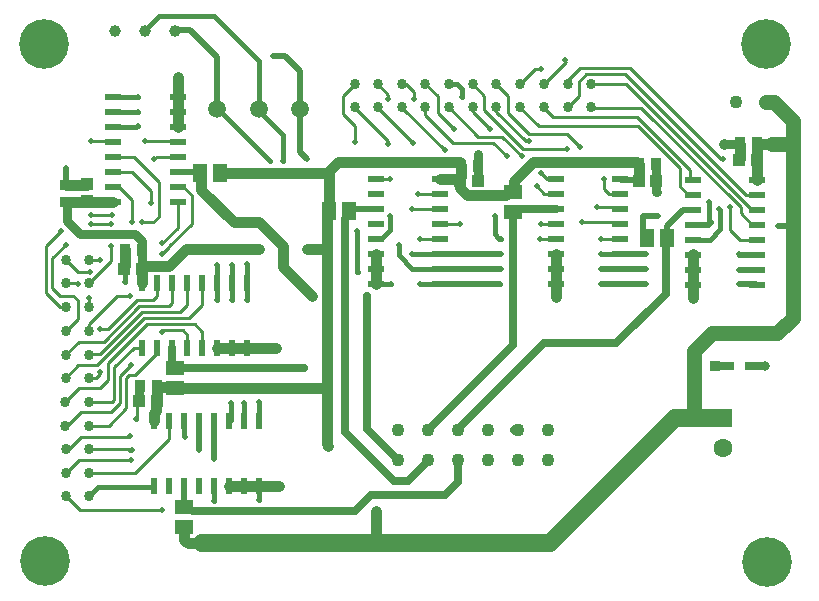
<source format=gtl>
G04*
G04 #@! TF.GenerationSoftware,Altium Limited,Altium Designer,19.1.7 (138)*
G04*
G04 Layer_Physical_Order=1*
G04 Layer_Color=255*
%FSLAX25Y25*%
%MOIN*%
G70*
G01*
G75*
%ADD10C,0.01000*%
%ADD15R,0.03150X0.03150*%
%ADD16R,0.02362X0.05709*%
%ADD17R,0.05709X0.02362*%
%ADD18R,0.04724X0.06102*%
%ADD19R,0.06102X0.04724*%
%ADD20R,0.03740X0.04134*%
%ADD21R,0.04134X0.03937*%
%ADD22R,0.04134X0.03740*%
%ADD23R,0.03937X0.04134*%
%ADD24R,0.03347X0.03543*%
%ADD43C,0.05000*%
%ADD44C,0.03500*%
%ADD45C,0.01968*%
%ADD46C,0.02000*%
%ADD47C,0.02953*%
%ADD48C,0.01500*%
%ADD49C,0.02500*%
%ADD50C,0.06000*%
%ADD51C,0.01800*%
%ADD52C,0.04331*%
%ADD53C,0.05906*%
%ADD54C,0.03400*%
%ADD55C,0.06299*%
%ADD56R,0.06299X0.06299*%
%ADD57C,0.03937*%
%ADD58C,0.16535*%
%ADD59C,0.02000*%
%ADD60C,0.03200*%
D10*
X41098Y78100D02*
X56743Y93745D01*
X34755Y78100D02*
X41098D01*
X30500Y73845D02*
X34755Y78100D01*
X76000Y105428D02*
Y105474D01*
Y98245D02*
Y105428D01*
X54146Y59891D02*
Y66245D01*
X134000Y140245D02*
X138500D01*
X143943Y171802D02*
X146500Y169245D01*
X142454Y171802D02*
X143943D01*
X221000Y160745D02*
X238500Y143245D01*
Y139900D02*
X239546D01*
X193111Y160745D02*
X221000D01*
X254500Y131745D02*
X255500Y130745D01*
Y128745D02*
Y130745D01*
Y128745D02*
X259346Y124899D01*
X261002D01*
X259174Y129900D02*
X261002D01*
X256500Y132574D02*
X259174Y129900D01*
X257310Y134899D02*
X261002D01*
X138000Y151745D02*
Y152856D01*
X126854Y164002D02*
X138000Y152856D01*
X48154Y137591D02*
X52500Y133245D01*
X46343Y137591D02*
X48154D01*
X61000Y82245D02*
Y84017D01*
X53567Y74812D02*
X61000Y82245D01*
X51654Y74812D02*
X53567D01*
X154500Y162245D02*
X160000Y156745D01*
X158254Y164102D02*
X168111Y154245D01*
X159500Y152245D02*
X173000D01*
X150354Y161391D02*
X159500Y152245D01*
X150354Y161391D02*
Y164102D01*
X52654Y142591D02*
X59000Y136245D01*
X46343Y142591D02*
X52654D01*
X61500Y127710D02*
Y139245D01*
X53154Y147591D02*
X61500Y139245D01*
X46343Y147591D02*
X53154D01*
X67800Y124045D02*
Y132591D01*
X62500Y118745D02*
X67800Y124045D01*
X56000Y125745D02*
X59535D01*
X61500Y127710D01*
X72500Y125245D02*
Y134745D01*
X69654Y137591D02*
X72500Y134745D01*
X67800Y137591D02*
X69654D01*
X76000Y84017D02*
Y89245D01*
X73500Y91745D02*
X76000Y89245D01*
X57572Y91745D02*
X73500D01*
X34800Y86045D02*
X43386D01*
X30500Y81745D02*
X34800Y86045D01*
X255346Y119899D02*
X261002D01*
X252000Y123245D02*
X255346Y119899D01*
X252000Y123245D02*
Y130745D01*
X132243Y140245D02*
X134000D01*
X256500Y132574D02*
Y132609D01*
X210000Y136745D02*
X211500Y135245D01*
X210000Y136745D02*
Y140245D01*
X238046Y134899D02*
X239546D01*
X241000Y140245D02*
X241346Y139900D01*
X168111Y154245D02*
X176000D01*
X132243Y140245D02*
X132243Y140245D01*
X153700Y120245D02*
X153700Y120245D01*
X148500Y120245D02*
X153700D01*
X146000Y130245D02*
X153700D01*
X146000Y130245D02*
X146000Y130245D01*
X153700Y135245D02*
X153700Y135245D01*
X148000Y135245D02*
X153700D01*
X154500Y162245D02*
Y167756D01*
X187500Y137745D02*
X190000Y135245D01*
X173000Y152245D02*
X177500Y147745D01*
X166154Y162591D02*
X172000Y156745D01*
X202500Y125745D02*
X214928D01*
X261002Y119899D02*
X261157Y119745D01*
X30700Y42245D02*
X35000Y46545D01*
X30500Y42245D02*
X30700D01*
X35500Y62545D02*
X45500D01*
X31000Y58045D02*
X35500Y62545D01*
X30400Y58045D02*
X31000D01*
X30400Y65945D02*
X35000Y70545D01*
X39000Y152745D02*
X46189D01*
X46343Y152591D01*
X57000Y152745D02*
X67646D01*
X67800Y152591D01*
X35000Y70545D02*
X42000D01*
X30500Y34545D02*
X35300Y29745D01*
X62500D01*
X35000Y46545D02*
X52300D01*
X65000Y97745D02*
X66000Y98745D01*
Y105474D01*
X68672Y95745D02*
X71000Y98074D01*
Y105474D01*
X61000Y101245D02*
Y104245D01*
X38300Y113345D02*
X42100D01*
X54258Y99745D02*
X59500D01*
X42000Y90245D02*
X44758D01*
X54258Y99745D01*
X55915Y95745D02*
X68672D01*
X44677Y78851D02*
X57572Y91745D01*
X41915Y81745D02*
X55915Y95745D01*
X38800Y81745D02*
X41915D01*
X59500Y99745D02*
X61000Y101245D01*
X38300Y97545D02*
Y100545D01*
X30500Y105445D02*
X34300D01*
X34500Y105245D01*
X39500Y128245D02*
X46000D01*
X63500Y116245D02*
X63535D01*
X65000Y117710D01*
Y117745D01*
X62500Y89245D02*
X63000Y89745D01*
X69500D01*
X71000Y88245D01*
Y84017D02*
Y88245D01*
X56743Y93745D02*
X71500D01*
X76000Y98245D01*
X55086Y97745D02*
X65000D01*
X43386Y86045D02*
X55086Y97745D01*
X38300Y73845D02*
X40600D01*
X42000Y75245D01*
Y76045D01*
X53236Y84017D02*
X56000D01*
X48677Y74664D02*
X52129Y78116D01*
X38300Y89645D02*
Y92045D01*
X47500Y101245D01*
X52000D01*
X38300Y105445D02*
X45764Y112910D01*
Y117745D01*
X65000D02*
X72500Y125245D01*
X60000Y146745D02*
X60846Y147591D01*
X67800D01*
X207500Y130745D02*
X214928D01*
X209500Y120245D02*
X215428D01*
X189000Y125245D02*
X193972D01*
X214928Y125745D02*
X215428Y125245D01*
X214928Y130745D02*
X215428Y130245D01*
X211500Y135245D02*
X215428D01*
X190000D02*
X193972D01*
X254500Y131745D02*
Y131781D01*
X134554Y164002D02*
X146311Y152245D01*
X166154Y162591D02*
Y164002D01*
X181954D02*
X188211Y157745D01*
X142454Y164002D02*
X142743D01*
X157000Y149745D01*
X174054Y162691D02*
Y164002D01*
X189854D02*
X193111Y160745D01*
X150354Y171902D02*
X154500Y167756D01*
X34600Y109245D02*
X38500D01*
X30500Y113345D02*
X34600Y109245D01*
X28700Y97545D02*
X30500D01*
Y89645D02*
X34500Y93645D01*
X33074Y101171D02*
X34500Y99745D01*
Y93645D02*
Y99745D01*
X28574Y101171D02*
X33074D01*
X26000Y103745D02*
X28574Y101171D01*
X24000Y102245D02*
X28700Y97545D01*
X126854Y152391D02*
Y157891D01*
X123000Y161745D02*
Y167948D01*
X126854Y171802D01*
X123000Y161745D02*
X126854Y157891D01*
X166154Y171802D02*
X170000Y167956D01*
X174054Y171802D02*
X178000Y167856D01*
Y162245D02*
Y167856D01*
X201500Y167748D02*
Y172719D01*
X204026Y175245D01*
X216965D01*
X202000Y177245D02*
X218500D01*
X205654Y171802D02*
X217307D01*
X197754Y164002D02*
X201500Y167748D01*
X197754Y173000D02*
X202000Y177245D01*
X197754Y171802D02*
Y173000D01*
X205654Y164002D02*
X222279D01*
X238500Y139900D02*
Y143245D01*
X38700Y58045D02*
X44870D01*
X46677Y77458D02*
X53236Y84017D01*
X54000Y60036D02*
X54146Y59891D01*
X54000Y60036D02*
Y60245D01*
X42000Y70545D02*
X44677Y73222D01*
Y78851D01*
X48677Y65722D02*
Y74664D01*
X54146Y71245D02*
X54500Y71600D01*
X50776Y73934D02*
X51654Y74812D01*
X44870Y58045D02*
X50776Y63951D01*
Y73934D01*
X45500Y62545D02*
X48677Y65722D01*
X62500Y115245D02*
X63500Y116245D01*
X39000Y125245D02*
X39000Y125245D01*
X45516D01*
X52500Y125745D02*
Y133245D01*
X59000Y132245D02*
Y136245D01*
X26000Y103745D02*
Y113745D01*
X30500Y118245D01*
X24000Y102245D02*
Y117745D01*
X29000Y122745D01*
X193472Y119745D02*
X193972Y120245D01*
X235191Y137754D02*
X238046Y134899D01*
X134554Y171802D02*
X138000Y168356D01*
Y166745D02*
Y168356D01*
X146500Y166745D02*
Y169245D01*
X222279Y164002D02*
X254500Y131781D01*
X217307Y171802D02*
X256500Y132609D01*
X216965Y175245D02*
X257310Y134899D01*
X218500Y177245D02*
X249000Y146745D01*
X249500D01*
X188211Y157745D02*
X221172D01*
X235191Y143725D01*
Y137754D02*
Y143725D01*
X191000Y140245D02*
X193972D01*
X189854Y171802D02*
X197298Y179245D01*
X186898Y176745D02*
X189000D01*
X181954Y171802D02*
X186898Y176745D01*
X197000Y179543D02*
X197298Y179245D01*
X197000Y179543D02*
Y179745D01*
X197500Y155245D02*
X202000Y150745D01*
X178000Y162245D02*
X185000Y155245D01*
X197500D01*
X174054Y162691D02*
X184000Y152745D01*
X189000Y142245D02*
X191000Y140245D01*
X176000Y154245D02*
X182500Y147745D01*
X170000Y163245D02*
Y167956D01*
X183000Y150245D02*
X197500D01*
X170000Y163245D02*
X183000Y150245D01*
X184000Y152745D02*
X185000D01*
X38700Y65945D02*
X46072D01*
X46677Y66551D01*
Y77458D01*
X70000Y54545D02*
X70200Y54345D01*
X38800Y50145D02*
X51400D01*
X30500D02*
X31500D01*
X35600Y54245D01*
X51550D01*
X51912Y54608D01*
X38800Y42245D02*
X53600D01*
X65000Y53645D01*
Y59474D01*
X51400Y50145D02*
X51900Y49645D01*
X52300Y50045D01*
X52500D01*
X189000Y120145D02*
X193072D01*
X193472Y119745D01*
X153700Y125245D02*
X161500D01*
X162000Y124745D01*
D15*
X258300Y77800D02*
D03*
X251800D02*
D03*
D16*
X56000Y83972D02*
D03*
X61000D02*
D03*
X66000D02*
D03*
X71000D02*
D03*
X76000D02*
D03*
X81000D02*
D03*
X86000D02*
D03*
X91000D02*
D03*
X56000Y105428D02*
D03*
X61000D02*
D03*
X66000D02*
D03*
X71000D02*
D03*
X76000D02*
D03*
X81000D02*
D03*
X86000D02*
D03*
X91000D02*
D03*
X60000Y37972D02*
D03*
X65000D02*
D03*
X70000D02*
D03*
X75000D02*
D03*
X80000D02*
D03*
X85000D02*
D03*
X90000D02*
D03*
X95000D02*
D03*
X60000Y59428D02*
D03*
X65000D02*
D03*
X70000D02*
D03*
X75000D02*
D03*
X80000D02*
D03*
X85000D02*
D03*
X90000D02*
D03*
X95000D02*
D03*
D17*
X133972Y140200D02*
D03*
Y135200D02*
D03*
Y130200D02*
D03*
Y125200D02*
D03*
Y120200D02*
D03*
Y115200D02*
D03*
Y110200D02*
D03*
Y105200D02*
D03*
X155428Y140200D02*
D03*
Y135200D02*
D03*
Y130200D02*
D03*
Y125200D02*
D03*
Y120200D02*
D03*
Y115200D02*
D03*
Y110200D02*
D03*
Y105200D02*
D03*
X193972Y140200D02*
D03*
Y135200D02*
D03*
Y130200D02*
D03*
Y125200D02*
D03*
Y120200D02*
D03*
Y115200D02*
D03*
Y110200D02*
D03*
Y105200D02*
D03*
X215428Y140200D02*
D03*
Y135200D02*
D03*
Y130200D02*
D03*
Y125200D02*
D03*
Y120200D02*
D03*
Y115200D02*
D03*
Y110200D02*
D03*
Y105200D02*
D03*
X239572Y139900D02*
D03*
Y134900D02*
D03*
Y129900D02*
D03*
Y124900D02*
D03*
Y119900D02*
D03*
Y114900D02*
D03*
Y109900D02*
D03*
Y104900D02*
D03*
X261028Y139900D02*
D03*
Y134900D02*
D03*
Y129900D02*
D03*
Y124900D02*
D03*
Y119900D02*
D03*
Y114900D02*
D03*
Y109900D02*
D03*
Y104900D02*
D03*
X67828Y132600D02*
D03*
Y137600D02*
D03*
Y142600D02*
D03*
Y147600D02*
D03*
Y152600D02*
D03*
Y157600D02*
D03*
Y162600D02*
D03*
Y167600D02*
D03*
X46372Y132600D02*
D03*
Y137600D02*
D03*
Y142600D02*
D03*
Y147600D02*
D03*
Y152600D02*
D03*
Y157600D02*
D03*
Y162600D02*
D03*
Y167600D02*
D03*
D18*
X118154Y129700D02*
D03*
X124846D02*
D03*
X224153Y120400D02*
D03*
X230847D02*
D03*
X81846Y142200D02*
D03*
X75153D02*
D03*
D19*
X70000Y24354D02*
D03*
Y31047D02*
D03*
X179500Y135947D02*
D03*
Y129253D02*
D03*
X67000Y70553D02*
D03*
Y77246D02*
D03*
D20*
X162146Y144700D02*
D03*
X167854D02*
D03*
X55146Y71200D02*
D03*
X60854D02*
D03*
X221646Y145200D02*
D03*
X227354D02*
D03*
X50146Y116700D02*
D03*
X55854D02*
D03*
X260854Y152200D02*
D03*
X255146D02*
D03*
D21*
X167953Y139700D02*
D03*
X162047D02*
D03*
X60953Y66200D02*
D03*
X55047D02*
D03*
X227453Y139700D02*
D03*
X221547D02*
D03*
X55953Y110200D02*
D03*
X50047D02*
D03*
X255047Y146700D02*
D03*
X260953D02*
D03*
D22*
X30700Y138254D02*
D03*
Y132546D02*
D03*
D23*
X37500Y132747D02*
D03*
Y138653D02*
D03*
D24*
X246851Y77800D02*
D03*
X240749D02*
D03*
D43*
X264100Y165900D02*
X266600D01*
X272800Y159700D01*
Y151745D02*
Y159700D01*
X266000Y151745D02*
X272800D01*
X240000Y60500D02*
Y82845D01*
X272800Y124645D02*
Y151745D01*
X240000Y82845D02*
X245900Y88745D01*
X267500D01*
X272800Y94045D01*
Y124645D01*
D44*
X260854Y152245D02*
X261354Y151745D01*
X260854Y152200D02*
Y152245D01*
Y140048D02*
Y152200D01*
X221646Y145200D02*
Y145245D01*
Y139844D02*
Y145200D01*
X162146Y144700D02*
Y144745D01*
Y140844D02*
Y144700D01*
X162047Y139700D02*
Y140745D01*
Y137112D02*
Y139700D01*
X177308Y134745D02*
X180000Y137437D01*
X133800Y18845D02*
Y29445D01*
X81846Y142245D02*
X118154D01*
X67000Y70552D02*
X75000D01*
X66589Y70964D02*
X67000Y70552D01*
X70000Y24354D02*
Y24399D01*
Y20045D02*
Y24354D01*
X60854Y71200D02*
Y71245D01*
Y71084D02*
Y71200D01*
X56000Y105474D02*
Y111078D01*
X60854Y66245D02*
X60953D01*
X255146Y146745D02*
Y151745D01*
X68000Y157791D02*
Y174245D01*
X161547Y140245D02*
X162047Y140745D01*
X95000Y125745D02*
X103000Y117745D01*
X86500Y125745D02*
X95000D01*
X75750Y136495D02*
X86500Y125745D01*
X103000Y110745D02*
Y117745D01*
Y110745D02*
X112500Y101245D01*
X193972Y100774D02*
Y105245D01*
X239546Y100428D02*
Y104900D01*
X118154Y142245D02*
Y142899D01*
Y129745D02*
Y142245D01*
X111000Y116745D02*
X117500D01*
Y129592D01*
X70500Y116745D02*
X95000D01*
X56000Y111078D02*
Y111100D01*
X260854Y140048D02*
X261002Y139900D01*
X261354Y151745D02*
X266000D01*
X250000D02*
X250000Y151745D01*
X30854Y138100D02*
X37500D01*
X30700Y138254D02*
X30854Y138100D01*
X50146Y111245D02*
Y116745D01*
X46248Y132495D02*
X46343Y132591D01*
X30700Y132545D02*
X37346D01*
X37500Y132391D01*
X37604Y132495D01*
X46248D01*
X75750Y136495D02*
Y141649D01*
X134000Y105245D02*
Y110245D01*
Y115245D01*
X193972Y105245D02*
Y110245D01*
Y115245D01*
X239546Y104900D02*
Y109899D01*
Y114900D01*
Y115245D01*
X86000Y84017D02*
X91000D01*
X100772D01*
X90000Y38017D02*
X95000D01*
X85000D02*
X90000D01*
X67800Y157591D02*
X68000Y157791D01*
X117500Y81899D02*
Y116745D01*
X60000Y59474D02*
Y62245D01*
X60636Y66027D02*
X60854Y66245D01*
X60636Y62881D02*
Y66027D01*
X60000Y62245D02*
X60636Y62881D01*
X60904Y66294D02*
X60953Y66245D01*
X60974Y70964D02*
X66589D01*
X60854Y71084D02*
X60904Y71035D01*
X60974Y70964D01*
X60904Y66294D02*
Y71035D01*
X75000Y70552D02*
X75008Y70545D01*
X64833Y111078D02*
X70500Y116745D01*
X56000Y111078D02*
X64833D01*
X55854Y111245D02*
X56000Y111100D01*
X121250Y145995D02*
X162026D01*
X118154Y142899D02*
X121250Y145995D01*
X155457Y140245D02*
X161547D01*
X180000Y137437D02*
Y139549D01*
X162047Y137112D02*
X164414Y134745D01*
X177308D01*
X162047Y140745D02*
X162146Y140844D01*
X75008Y70545D02*
X117500D01*
Y81599D01*
X81000Y84017D02*
X86000D01*
X95000Y38017D02*
X101772D01*
X180000Y139549D02*
X186397Y145945D01*
Y146045D02*
X220946D01*
Y145945D02*
X221646Y145245D01*
X70000Y20045D02*
X71200Y18845D01*
X75800D01*
X117500Y51845D02*
X118000Y51345D01*
X117500Y51845D02*
Y70545D01*
D45*
X215428Y140245D02*
X215625Y140048D01*
X221244D02*
X221547Y139745D01*
X215625Y140048D02*
X221244D01*
D46*
X222800Y121799D02*
X224199Y120399D01*
X153750Y110295D02*
X175500D01*
X50146Y110245D02*
Y111245D01*
X124846Y128196D02*
Y129745D01*
X70000Y31092D02*
X71549D01*
X230892Y120399D02*
Y124637D01*
X255000Y105245D02*
X260657D01*
X75153Y142245D02*
X75750Y141649D01*
X230892Y118400D02*
Y120399D01*
X260657Y105245D02*
X261002Y104900D01*
X255154Y109899D02*
X261002D01*
X255000Y109745D02*
X255154Y109899D01*
X209000Y105245D02*
X209000Y105245D01*
X30700Y138254D02*
Y143945D01*
X70000Y31092D02*
Y38017D01*
X80000Y46745D02*
Y59474D01*
X67800Y142591D02*
X74808D01*
X75153Y142245D01*
X108600Y149145D02*
X111000Y146745D01*
X124846Y129745D02*
X125347Y130245D01*
X132243D01*
X215428Y115245D02*
X224000D01*
X255154Y114900D02*
X261002D01*
X239546Y124899D02*
X244654D01*
X155457Y105245D02*
X175000D01*
X155457Y115245D02*
X165478D01*
X175500D01*
X94500Y164045D02*
X94800Y163745D01*
X108600Y149145D02*
Y163745D01*
X209000Y105245D02*
X215428D01*
X224000D01*
X209000Y110245D02*
X215428D01*
X224000D01*
X230892Y124637D02*
X235500Y129245D01*
X235743D01*
X236397Y129900D01*
X239546D01*
X81000Y163745D02*
Y180745D01*
X72000Y189745D02*
X81000Y180745D01*
X67000Y189745D02*
X72000D01*
X103500Y181245D02*
X108500Y176245D01*
X99500Y181245D02*
X103500D01*
X108500Y163745D02*
Y176245D01*
X75000Y59474D02*
X75100Y59374D01*
X75000Y59274D02*
X75100Y59374D01*
X75000Y49745D02*
Y59274D01*
X133700Y29445D02*
X133800D01*
X71549Y31092D02*
X72995Y29645D01*
X153700Y110245D02*
X153750Y110295D01*
X268000Y124645D02*
X272800D01*
X222800Y121799D02*
Y127945D01*
X227800D01*
X221547Y139745D02*
X221646Y139844D01*
X133800Y18545D02*
Y18845D01*
D47*
X55854Y116700D02*
Y119391D01*
Y111245D02*
Y116700D01*
X250000Y151745D02*
X255146D01*
X55047Y66245D02*
X55096Y66294D01*
Y71196D01*
X55146Y71245D01*
X35280Y121769D02*
X40440D01*
X53476Y121769D02*
X55854Y119391D01*
X40440Y121769D02*
X40440Y121769D01*
X53476D01*
X30700Y132545D02*
X30803Y132443D01*
Y126246D02*
Y132443D01*
Y126246D02*
X35280Y121769D01*
X167904Y139795D02*
X167953Y139745D01*
X167904Y139795D02*
Y144696D01*
X167854Y144745D02*
X167904Y144696D01*
X167854Y144745D02*
Y148600D01*
X227354Y145245D02*
X227404Y145196D01*
Y139795D02*
Y145196D01*
Y139795D02*
X227453Y139745D01*
Y135793D02*
Y139745D01*
Y135793D02*
X227500Y135745D01*
D48*
X94800Y161945D02*
X96055D01*
X103000Y146245D02*
Y155000D01*
X96055Y161945D02*
X103000Y155000D01*
X57000Y189745D02*
X61755Y194500D01*
X80000D01*
X94800Y179700D01*
Y163745D02*
Y179700D01*
X54409Y167591D02*
X54500Y167500D01*
X46343Y167591D02*
X54409D01*
Y162591D02*
X54500Y162500D01*
X46343Y162591D02*
X54409D01*
X54091Y157591D02*
X54500Y158000D01*
X46343Y157591D02*
X54091D01*
X81000Y105474D02*
Y111500D01*
Y100000D02*
Y105474D01*
X86000D02*
Y111500D01*
Y100000D02*
Y105474D01*
X91000D02*
Y112000D01*
Y100000D02*
Y105474D01*
X95000Y59474D02*
Y66000D01*
X85500Y59974D02*
Y65500D01*
X85000Y59474D02*
X85500Y59974D01*
X90000Y59474D02*
Y65500D01*
X41255Y37500D02*
X59483D01*
X38300Y34545D02*
X41255Y37500D01*
X150800Y46945D02*
X151200Y46545D01*
X138500Y127745D02*
X138604Y127641D01*
Y123339D02*
Y127641D01*
X134000Y120245D02*
X135510D01*
X138604Y123339D01*
X141500Y114745D02*
X146000Y110245D01*
X141500Y114745D02*
Y118245D01*
X146000Y110245D02*
X155457D01*
X148500Y105245D02*
X155457D01*
X127500Y109245D02*
X128000D01*
X134000Y105245D02*
X139000D01*
X50146Y105891D02*
Y110245D01*
X160843Y171902D02*
X162500Y170245D01*
Y167656D02*
Y170245D01*
X209000Y115245D02*
X215428D01*
X255000Y115054D02*
Y115245D01*
Y115054D02*
X255154Y114900D01*
X146000Y115245D02*
X155457D01*
X165478D02*
X165500Y115267D01*
X108500Y163745D02*
X108600D01*
X158254Y171902D02*
X160843D01*
X127500Y109245D02*
Y122745D01*
X94800Y161945D02*
Y163745D01*
X81000D02*
X98500Y146245D01*
X95000Y33145D02*
Y38017D01*
X70000Y54545D02*
Y59474D01*
X79900Y37917D02*
X80000Y38017D01*
X79900Y32945D02*
Y37917D01*
X175000Y120245D02*
X175500D01*
X173500Y121745D02*
X175000Y120245D01*
X173500Y121745D02*
Y127745D01*
X175000Y105245D02*
X175300D01*
D49*
X246851Y77845D02*
X251800D01*
X263345D02*
X263500Y78000D01*
X258300Y77845D02*
X263345D01*
X258300D02*
X258455Y78000D01*
X161123Y56623D02*
X190000Y85500D01*
X214000D02*
X230500Y102000D01*
X190000Y85500D02*
X214000D01*
X230500Y102000D02*
Y118007D01*
X179500Y130245D02*
X193971D01*
X179500Y84845D02*
Y129245D01*
X151200Y56545D02*
X179500Y84845D01*
X66000Y77245D02*
Y84017D01*
X150800Y45800D02*
Y46945D01*
X144500Y39500D02*
X150800Y45800D01*
X140045Y39500D02*
X144500D01*
X157000Y35000D02*
X161200Y39200D01*
X132355Y35000D02*
X157000D01*
X127000Y29645D02*
X132355Y35000D01*
X123700Y55845D02*
X140045Y39500D01*
X161200Y39200D02*
Y46545D01*
X131000Y56745D02*
X141200Y46545D01*
X131000Y56745D02*
Y101245D01*
X230500Y118007D02*
X230892Y118400D01*
X193971Y130245D02*
X193972Y130245D01*
X66000Y77245D02*
X67000D01*
X110000D01*
X123700Y127050D02*
X124846Y128196D01*
X72995Y29645D02*
X127000D01*
X181200Y45745D02*
Y46545D01*
X123700Y55845D02*
Y127050D01*
X180100Y56545D02*
X181200D01*
D50*
X233500Y60500D02*
X240000D01*
X248500D01*
X191845Y18845D02*
X233500Y60500D01*
X133800Y18845D02*
X191845Y18845D01*
X75800Y18845D02*
X133800D01*
D51*
X244654Y124899D02*
X245500Y125745D01*
X239546Y119899D02*
X245154D01*
X244900Y126345D02*
X245500Y125745D01*
X244900Y126345D02*
Y132545D01*
X245154Y119899D02*
X248700Y123445D01*
Y129845D01*
X248400Y130145D02*
X248700Y129845D01*
D52*
X191200Y46500D02*
D03*
Y56500D02*
D03*
X181200D02*
D03*
Y46500D02*
D03*
X171200D02*
D03*
Y56500D02*
D03*
X161200D02*
D03*
Y46500D02*
D03*
X151200D02*
D03*
Y56500D02*
D03*
X141200D02*
D03*
Y46500D02*
D03*
X254100Y165900D02*
D03*
X264100D02*
D03*
D53*
X81000Y163700D02*
D03*
X94800D02*
D03*
X108600D02*
D03*
D54*
X205700Y171900D02*
D03*
X197800D02*
D03*
X182000D02*
D03*
X189900D02*
D03*
X174100D02*
D03*
X166200D02*
D03*
X150400Y172000D02*
D03*
X158300D02*
D03*
X142500Y171900D02*
D03*
X134600D02*
D03*
X126900D02*
D03*
Y164100D02*
D03*
X134600D02*
D03*
X142500D02*
D03*
X158300Y164200D02*
D03*
X150400D02*
D03*
X166200Y164100D02*
D03*
X174100D02*
D03*
X189900D02*
D03*
X182000D02*
D03*
X197800D02*
D03*
X205700D02*
D03*
X38300Y113300D02*
D03*
Y105400D02*
D03*
Y89600D02*
D03*
Y97500D02*
D03*
Y81700D02*
D03*
Y73800D02*
D03*
X38200Y58000D02*
D03*
Y65900D02*
D03*
X38300Y50100D02*
D03*
Y42200D02*
D03*
Y34500D02*
D03*
X30500D02*
D03*
Y42200D02*
D03*
Y50100D02*
D03*
X30400Y65900D02*
D03*
Y58000D02*
D03*
X30500Y73800D02*
D03*
Y81700D02*
D03*
Y97500D02*
D03*
Y89600D02*
D03*
Y105400D02*
D03*
Y113300D02*
D03*
D55*
X249500Y50500D02*
D03*
D56*
Y60500D02*
D03*
D57*
X47000Y189700D02*
D03*
X57000D02*
D03*
X67000D02*
D03*
D58*
X23400Y185200D02*
D03*
X264100D02*
D03*
X23500Y12800D02*
D03*
X264200Y12600D02*
D03*
D59*
X54500Y167500D02*
D03*
Y162500D02*
D03*
Y158000D02*
D03*
X81000Y111500D02*
D03*
Y100000D02*
D03*
X85500Y65500D02*
D03*
X86000Y111500D02*
D03*
Y100000D02*
D03*
X90000Y65500D02*
D03*
X91000Y112000D02*
D03*
Y100000D02*
D03*
X95000Y66000D02*
D03*
X138500Y127745D02*
D03*
Y140245D02*
D03*
X138000Y166745D02*
D03*
X160000Y156745D02*
D03*
X209000Y110245D02*
D03*
X141500Y118245D02*
D03*
X224000Y110245D02*
D03*
X255000Y109745D02*
D03*
Y105245D02*
D03*
X224000D02*
D03*
X209000Y105245D02*
D03*
X209000Y115245D02*
D03*
X175500D02*
D03*
X128000Y109245D02*
D03*
X127500Y122745D02*
D03*
X139000Y105245D02*
D03*
X131000Y101245D02*
D03*
X111000Y146745D02*
D03*
X103000Y146245D02*
D03*
X98500D02*
D03*
X68000Y174245D02*
D03*
X100772Y84017D02*
D03*
X239546Y100428D02*
D03*
X193972Y100774D02*
D03*
X111000Y116745D02*
D03*
X95000D02*
D03*
X252000Y130745D02*
D03*
X250000Y151745D02*
D03*
X30700Y143945D02*
D03*
X157000Y149745D02*
D03*
X126854Y152391D02*
D03*
X138000Y151745D02*
D03*
X148500Y120245D02*
D03*
X146000Y130245D02*
D03*
X148000Y135245D02*
D03*
X146311Y152245D02*
D03*
X173500Y127745D02*
D03*
X162500Y167656D02*
D03*
X187500Y137745D02*
D03*
X177500Y147745D02*
D03*
X172000Y156745D02*
D03*
X202500Y125745D02*
D03*
X210000Y140245D02*
D03*
X42000Y76045D02*
D03*
X39000Y152745D02*
D03*
X57000D02*
D03*
X60000Y146745D02*
D03*
X112500Y101245D02*
D03*
X62500Y29745D02*
D03*
X52300Y46545D02*
D03*
X80000Y46745D02*
D03*
X39000Y125245D02*
D03*
X42100Y113345D02*
D03*
X56000Y125745D02*
D03*
X62500Y89245D02*
D03*
X42000Y90245D02*
D03*
X45764Y117745D02*
D03*
X34500Y105245D02*
D03*
X38300Y100545D02*
D03*
X52000Y101245D02*
D03*
X50146Y105891D02*
D03*
X62500Y118745D02*
D03*
X39000Y128245D02*
D03*
X46000D02*
D03*
X52129Y78116D02*
D03*
X162000Y125245D02*
D03*
X146000Y115245D02*
D03*
X148500Y105245D02*
D03*
X202000Y150745D02*
D03*
X197500Y150245D02*
D03*
X207500Y130745D02*
D03*
X209000Y120245D02*
D03*
X224000Y115245D02*
D03*
X255000D02*
D03*
X38500Y109245D02*
D03*
X54000Y60245D02*
D03*
X62500Y115245D02*
D03*
X45516Y125245D02*
D03*
X52500Y125745D02*
D03*
X167854Y148600D02*
D03*
X59000Y132245D02*
D03*
X30500Y118245D02*
D03*
X29000Y122745D02*
D03*
X175500Y120245D02*
D03*
X146500Y166745D02*
D03*
X249500Y146745D02*
D03*
X227500Y135745D02*
D03*
X99500Y181245D02*
D03*
X189000Y176745D02*
D03*
X197000Y179745D02*
D03*
X189000Y142245D02*
D03*
X182500Y147745D02*
D03*
X185000Y152745D02*
D03*
X101772Y38017D02*
D03*
X95000Y33145D02*
D03*
X110000Y77245D02*
D03*
X70200Y54345D02*
D03*
X51912Y54608D02*
D03*
X75000Y49745D02*
D03*
X52500Y50045D02*
D03*
X244900Y132545D02*
D03*
X248400Y130145D02*
D03*
X133700Y29445D02*
D03*
X118000Y51345D02*
D03*
X79900Y32945D02*
D03*
X189000Y125245D02*
D03*
X188700Y120145D02*
D03*
X175500Y110295D02*
D03*
X175300Y105245D02*
D03*
X268000Y124645D02*
D03*
X227800Y127945D02*
D03*
D60*
X263500Y78000D02*
D03*
M02*

</source>
